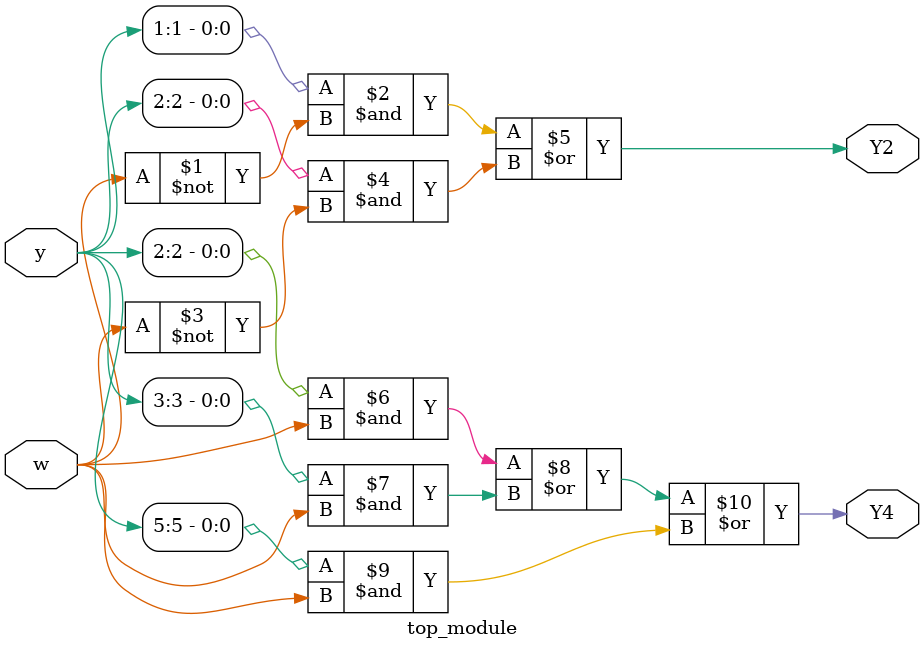
<source format=sv>
module top_module (
	input [6:1] y,
	input w,
	output Y2,
	output Y4
);

    // Assign next-state logic for Y2 and Y4 based on the state machine and one-hot encoding
    assign Y2 = y[1] & ~w | y[2] & ~w;
    assign Y4 = y[2] & w | y[3] & w | y[5] & w;

endmodule

</source>
